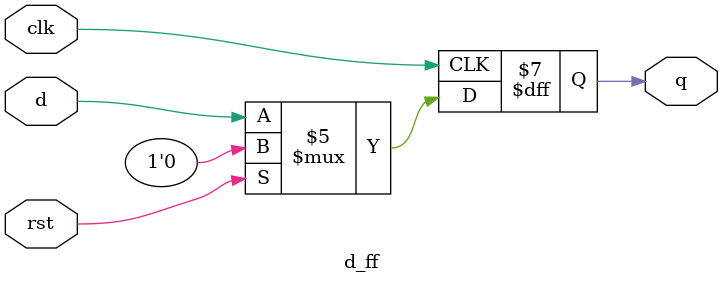
<source format=v>
`timescale 1ns / 1ps


module d_ff(d, clk, rst, q);

    input  wire d;
    input  wire clk;
    input  wire rst;
    output reg q = 1'bz;
   
   always @(posedge(clk))
    begin
        if(rst == 1'b1) 
            q = 1'b0;
        else
            q = d;
    end
endmodule

</source>
